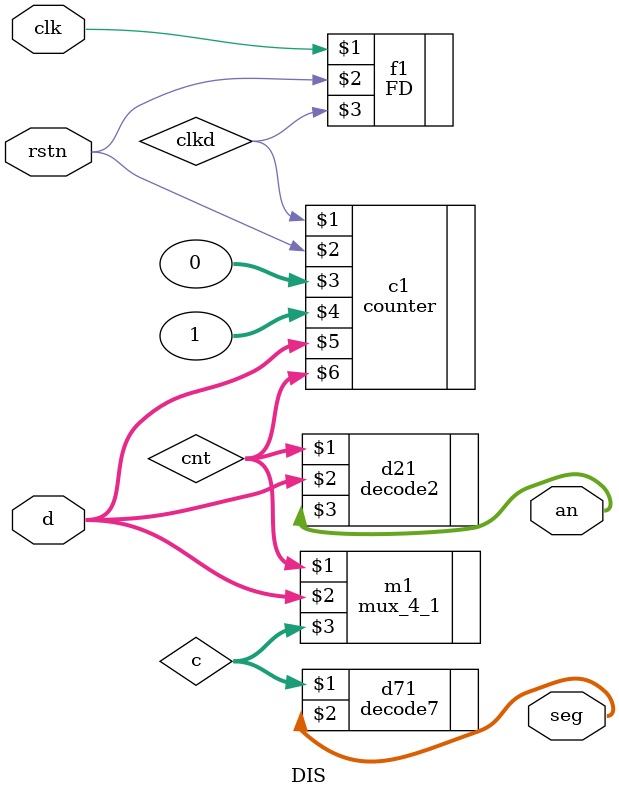
<source format=v>
`timescale 1ns / 1ps


module DIS(
    input [15:0] d,
    input clk,
    input rstn,
    output [3:0] an,
    output [6:0] seg
    );
    wire clkd;
    wire [1:0] cnt;
    wire [3:0] c;
    FD f1(clk,rstn,clkd);
    counter c1(clkd,rstn,0,1,d[15:0],cnt[1:0]);
    decode2 d21(cnt[1:0],d[15:0],an[3:0]);
    mux_4_1 m1(cnt[1:0],d[15:0],c[3:0]);
    decode7 d71(c[3:0],seg[6:0]);
endmodule

</source>
